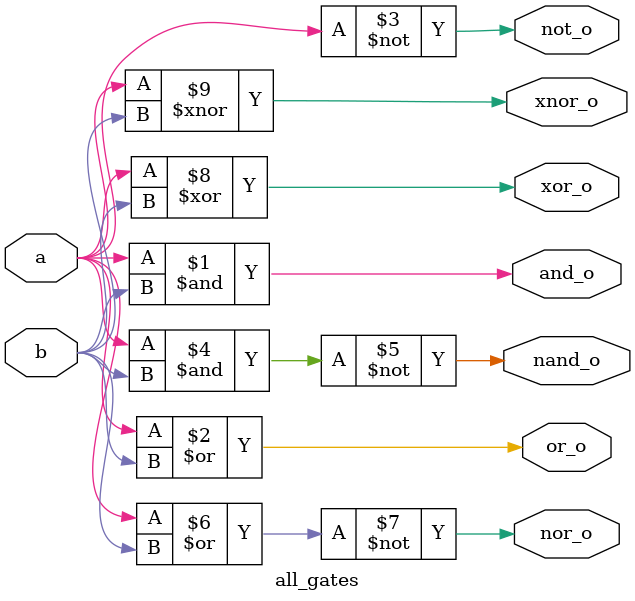
<source format=v>
module all_gates(
	input a,b,
	output and_o,or_o,not_o,nand_o,nor_o,xor_o,xnor_o);

	assign and_o=a&b;
        assign or_o=a|b;
	assign not_o=~a;
	assign nand_o= ~(a&b);
	assign nor_o= ~(a|b);
	assign xor_o=a^b;
	assign xnor_o=a~^b;
	endmodule

</source>
